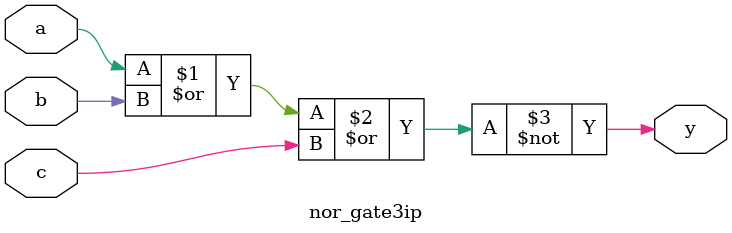
<source format=sv>
module nor_gate3ip(a,b,c,y);
  input wire a, b, c;
  output wire y;
  
  assign y = ~(a|b|c);
endmodule
  
</source>
